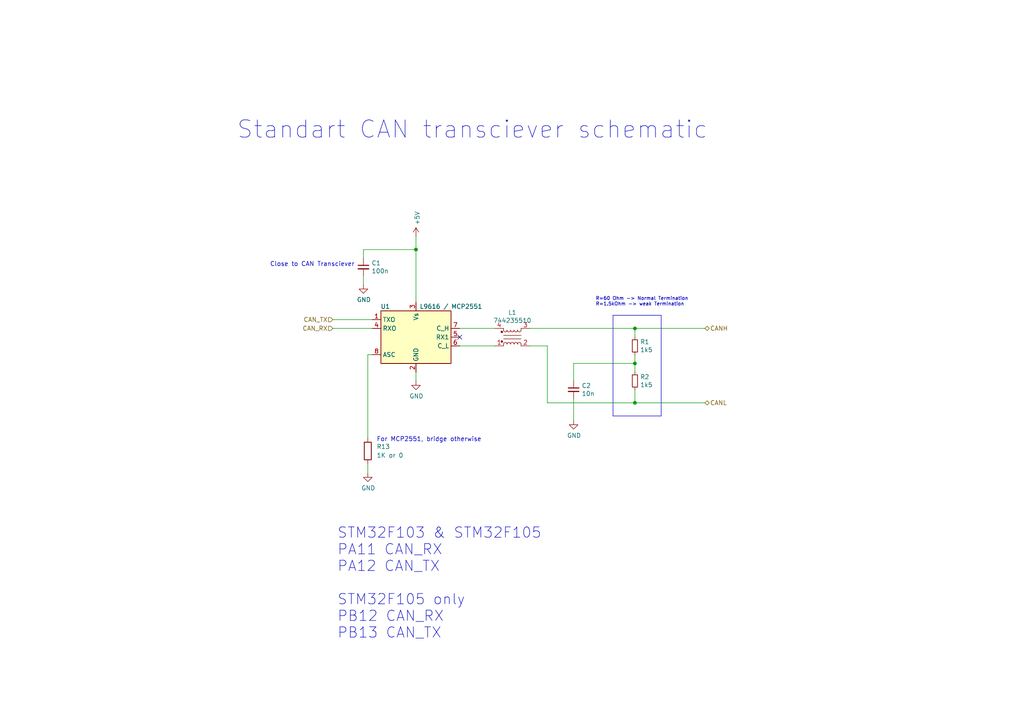
<source format=kicad_sch>
(kicad_sch (version 20230121) (generator eeschema)
  (paper "A4")
  (lib_symbols
    (symbol "Device:C_Small" (pin_numbers hide) (pin_names (offset 0.254) hide)
      (property "Reference" "C" (at 0.254 1.778 0))
      (property "Value" "C_Small" (at 0.254 -2.032 0))
      (symbol "C_Small_0_1"
        (polyline (pts (xy -1.524 -0.508) (xy 1.524 -0.508)) (stroke (width 0.3302)))
        (polyline (pts (xy -1.524 0.508) (xy 1.524 0.508)) (stroke (width 0.3048)))
      )
      (symbol "C_Small_1_1"
        (pin passive line (at 0 2.54 270) (length 2.032) (name "~") (number "1"))
        (pin passive line (at 0 -2.54 90) (length 2.032) (name "~") (number "2"))
      )
    )
    (symbol "Device:R" (pin_numbers hide) (pin_names (offset 0))
      (property "Reference" "R" (at 2.032 0 90))
      (property "Value" "R" (at 0 0 90))
      (symbol "R_0_1"
        (rectangle (start -1.016 -2.54) (end 1.016 2.54) (stroke (width 0.254)))
      )
      (symbol "R_1_1"
        (pin passive line (at 0 3.81 270) (length 1.27) (name "~") (number "1"))
        (pin passive line (at 0 -3.81 90) (length 1.27) (name "~") (number "2"))
      )
    )
    (symbol "Device:R_Small" (pin_numbers hide) (pin_names (offset 0.254) hide)
      (property "Reference" "R" (at 0.762 0.508 0))
      (property "Value" "R_Small" (at 0.762 -1.016 0))
      (symbol "R_Small_0_1"
        (rectangle (start -0.762 1.778) (end 0.762 -1.778) (stroke (width 0.2032)))
      )
      (symbol "R_Small_1_1"
        (pin passive line (at 0 2.54 270) (length 0.762) (name "~") (number "1"))
        (pin passive line (at 0 -2.54 90) (length 0.762) (name "~") (number "2"))
      )
    )
    (symbol "ctm:744235510" (pin_names (offset 0.254) hide)
      (property "Reference" "L" (at 0 4.445 0))
      (property "Value" "744235510" (at 0 -4.445 0))
      (symbol "744235510_0_1"
        (circle (center -3.048 -1.27) (radius 0.254) (fill (type outline)))
        (circle (center -3.048 1.524) (radius 0.254) (fill (type outline)))
        (arc (start -2.54 2.032) (mid -2.032 1.5262) (end -1.524 2.032))
        (arc (start -1.524 -2.032) (mid -2.032 -1.5262) (end -2.54 -2.032))
        (arc (start -1.524 2.032) (mid -1.016 1.5262) (end -0.508 2.032))
        (arc (start -0.508 -2.032) (mid -1.016 -1.5262) (end -1.524 -2.032))
        (arc (start -0.508 2.032) (mid 0 1.5262) (end 0.508 2.032))
        (polyline (pts (xy -2.54 -2.032) (xy -2.54 -2.54)))
        (polyline (pts (xy -2.54 0.508) (xy 2.54 0.508)))
        (polyline (pts (xy -2.54 2.032) (xy -2.54 2.54)))
        (polyline (pts (xy 2.54 -2.032) (xy 2.54 -2.54)))
        (polyline (pts (xy 2.54 -0.508) (xy -2.54 -0.508)))
        (polyline (pts (xy 2.54 2.54) (xy 2.54 2.032)))
        (arc (start 0.508 -2.032) (mid 0 -1.5262) (end -0.508 -2.032))
        (arc (start 0.508 2.032) (mid 1.016 1.5262) (end 1.524 2.032))
        (arc (start 1.524 -2.032) (mid 1.016 -1.5262) (end 0.508 -2.032))
        (arc (start 1.524 2.032) (mid 2.032 1.5262) (end 2.54 2.032))
        (arc (start 2.54 -2.032) (mid 2.032 -1.5262) (end 1.524 -2.032))
      )
      (symbol "744235510_1_1"
        (pin passive line (at -5.08 -2.54 0) (length 2.54) (name "1") (number "1"))
        (pin passive line (at 5.08 -2.54 180) (length 2.54) (name "2") (number "2"))
        (pin passive line (at 5.08 2.54 180) (length 2.54) (name "3") (number "3"))
        (pin passive line (at -5.08 2.54 0) (length 2.54) (name "4") (number "4"))
      )
    )
    (symbol "ctm:L9616"
      (property "Reference" "U" (at -10.16 8.89 0))
      (property "Value" "L9616" (at 2.54 8.89 0))
      (symbol "L9616_0_1"
        (rectangle (start -10.16 7.62) (end 10.16 -7.62) (stroke (width 0.254)) (fill (type background)))
      )
      (symbol "L9616_1_1"
        (pin bidirectional line (at -12.7 5.08 0) (length 2.54) (name "TXO") (number "1"))
        (pin bidirectional line (at 0 -10.16 90) (length 2.54) (name "GND") (number "2"))
        (pin bidirectional line (at 0 10.16 270) (length 2.54) (name "Vs") (number "3"))
        (pin bidirectional line (at -12.7 2.54 0) (length 2.54) (name "RXO") (number "4"))
        (pin bidirectional line (at 12.7 0 180) (length 2.54) (name "RX1") (number "5"))
        (pin bidirectional line (at 12.7 -2.54 180) (length 2.54) (name "C_L") (number "6"))
        (pin bidirectional line (at 12.7 2.54 180) (length 2.54) (name "C_H") (number "7"))
        (pin bidirectional line (at -12.7 -5.08 0) (length 2.54) (name "ASC") (number "8"))
      )
    )
    (symbol "power:+5V" (power) (pin_names (offset 0))
      (property "Value" "+5V" (at 0 3.556 0))
      (symbol "+5V_0_1"
        (polyline (pts (xy -0.762 1.27) (xy 0 2.54)))
        (polyline (pts (xy 0 0) (xy 0 2.54)))
        (polyline (pts (xy 0 2.54) (xy 0.762 1.27)))
      )
      (symbol "+5V_1_1"
        (pin power_in line (at 0 0 90) (length 0) hide (name "+5V") (number "1"))
      )
    )
    (symbol "power:GND" (power) (pin_names (offset 0))
      (property "Value" "GND" (at 0 -3.81 0))
      (symbol "GND_0_1"
        (polyline (pts (xy 0 0) (xy 0 -1.27) (xy 1.27 -1.27) (xy 0 -2.54) (xy -1.27 -1.27) (xy 0 -1.27)))
      )
      (symbol "GND_1_1"
        (pin power_in line (at 0 0 270) (length 0) hide (name "GND") (number "1"))
      )
    )
  )
  (junction (at 120.65 72.39))
  (junction (at 184.15 105.41))
  (junction (at 184.15 116.84))
  (junction (at 184.15 95.25))
  (no_connect (at 133.35 97.79))
  (wire (pts (xy 166.37 121.92) (xy 166.37 115.57)))
  (polyline (pts (xy 177.8 120.65) (xy 177.8 91.44)))
  (wire (pts (xy 107.95 95.25) (xy 96.52 95.25)))
  (wire (pts (xy 184.15 116.84) (xy 204.47 116.84)))
  (wire (pts (xy 120.65 68.58) (xy 120.65 72.39)))
  (wire (pts (xy 184.15 95.25) (xy 184.15 97.79)))
  (wire (pts (xy 184.15 116.84) (xy 158.75 116.84)))
  (wire (pts (xy 153.67 95.25) (xy 184.15 95.25)))
  (wire (pts (xy 158.75 100.33) (xy 153.67 100.33)))
  (wire (pts (xy 158.75 116.84) (xy 158.75 100.33)))
  (wire (pts (xy 107.95 92.71) (xy 96.52 92.71)))
  (wire (pts (xy 105.41 72.39) (xy 105.41 74.93)))
  (wire (pts (xy 120.65 110.49) (xy 120.65 107.95)))
  (wire (pts (xy 105.41 82.55) (xy 105.41 80.01)))
  (polyline (pts (xy 191.77 120.65) (xy 177.8 120.65)))
  (wire (pts (xy 120.65 72.39) (xy 120.65 87.63)))
  (wire (pts (xy 133.35 100.33) (xy 143.51 100.33)))
  (wire (pts (xy 105.41 72.39) (xy 120.65 72.39)))
  (wire (pts (xy 106.68 102.87) (xy 106.68 127)))
  (wire (pts (xy 184.15 113.03) (xy 184.15 116.84)))
  (wire (pts (xy 107.95 102.87) (xy 106.68 102.87)))
  (wire (pts (xy 184.15 105.41) (xy 184.15 102.87)))
  (polyline (pts (xy 177.8 91.44) (xy 191.77 91.44)))
  (wire (pts (xy 106.68 134.62) (xy 106.68 137.16)))
  (wire (pts (xy 184.15 95.25) (xy 204.47 95.25)))
  (wire (pts (xy 184.15 107.95) (xy 184.15 105.41)))
  (wire (pts (xy 166.37 110.49) (xy 166.37 105.41)))
  (wire (pts (xy 133.35 95.25) (xy 143.51 95.25)))
  (polyline (pts (xy 191.77 91.44) (xy 191.77 120.65)))
  (wire (pts (xy 166.37 105.41) (xy 184.15 105.41)))
  (text "Standart CAN transciever schematic" (at 68.58 40.64 0) (effects (font (size 5 5)) (justify left bottom)))
  (text "R=60 Ohm -> Normal Termination\nR=1.5kOhm -> weak Termination" (at 172.72 88.9 0) (effects (font (size 0.9906 0.9906)) (justify left bottom)))
  (text "Close to CAN Transciever" (at 102.87 77.47 0) (effects (font (size 1.27 1.27)) (justify right bottom)))
  (text "STM32F103 & STM32F105\nPA11 CAN_RX\nPA12 CAN_TX\n\nSTM32F105 only\nPB12 CAN_RX\nPB13 CAN_TX" (at 97.79 185.42 0) (effects (font (size 3 3)) (justify left bottom)))
  (text "For MCP2551, bridge otherwise" (at 109.22 128.27 0) (effects (font (size 1.27 1.27)) (justify left bottom)))
  (hierarchical_label "CAN_RX" (shape input) (at 96.52 95.25 180))
  (hierarchical_label "CAN_TX" (shape input) (at 96.52 92.71 180))
  (hierarchical_label "CANH" (shape bidirectional) (at 204.47 95.25 0))
  (hierarchical_label "CANL" (shape bidirectional) (at 204.47 116.84 0))
  (symbol (lib_id "power:GND") (at 166.37 121.92 0) (unit 1)
    (property "Reference" "#PWR05" (effects hide))
    (property "Value" "GND" (at 166.497 126.3142 0))
    (instances (project "Schematic Snippets" (path "" (reference "#PWR05") (unit 1))) (project "ct6_VCU" (path "" (reference "#PWR05") (unit 1)) (path "" (reference "#PWR?") (unit 1)) (path "" (reference "#PWR?") (unit 1))) (project "Sensor_Node" (path "" (reference "#PWR047") (unit 1)) (path "" (reference "#PWR042") (unit 1))))
  )
  (symbol (lib_id "ctm:L9616") (at 120.65 97.79 0) (unit 1)
    (property "Reference" "U1" (at 111.76 88.9 0))
    (property "Value" "L9616 / MCP2551" (at 130.81 88.9 0))
    (property "Footprint" "ctm:SOIC-8_3.9x4.9mm_P1.27mm" (effects hide))
    (property "Datasheet" "${KICAD_CTM}/datasheets/l9616.pdf" (effects hide))
    (instances (project "Schematic Snippets" (path "" (reference "U1") (unit 1))) (project "ct6_VCU" (path "" (reference "U1") (unit 1)) (path "" (reference "U?") (unit 1)) (path "" (reference "U?") (unit 1))) (project "Sensor_Node" (path "" (reference "U6") (unit 1)) (path "" (reference "U2") (unit 1))))
  )
  (symbol (lib_id "Device:R_Small") (at 184.15 100.33 0) (unit 1)
    (property "Reference" "R1" (at 185.6486 99.1616 0) (effects (justify left)))
    (property "Value" "1k5" (at 185.6486 101.473 0) (effects (justify left)))
    (property "Footprint" "Resistor_SMD:R_0805_2012Metric_Pad1.20x1.40mm_HandSolder" (effects hide))
    (property "Bestellnr." "CR0603-FX-1501ELF" (effects hide))
    (property "Shop" "www.mouser.at" (effects hide))
    (instances (project "Schematic Snippets" (path "" (reference "R1") (unit 1))) (project "ct6_VCU" (path "" (reference "R1") (unit 1)) (path "" (reference "R?") (unit 1)) (path "" (reference "R?") (unit 1))) (project "Sensor_Node" (path "" (reference "R23") (unit 1)) (path "" (reference "R4") (unit 1))))
  )
  (symbol (lib_id "Device:C_Small") (at 105.41 77.47 0) (unit 1)
    (property "Reference" "C1" (at 107.7468 76.3016 0) (effects (justify left)))
    (property "Value" "100n" (at 107.7468 78.613 0) (effects (justify left)))
    (property "Footprint" "Capacitor_SMD:C_0805_2012Metric_Pad1.18x1.45mm_HandSolder" (effects hide))
    (property "Bestellnr." "885012206071" (effects hide))
    (property "Shop" "www.we-online.com" (effects hide))
    (instances (project "Schematic Snippets" (path "" (reference "C1") (unit 1))) (project "ct6_VCU" (path "" (reference "C1") (unit 1)) (path "" (reference "C?") (unit 1)) (path "" (reference "C?") (unit 1))) (project "Sensor_Node" (path "" (reference "C14") (unit 1)) (path "" (reference "C12") (unit 1))))
  )
  (symbol (lib_id "ctm:744235510") (at 148.59 97.79 0) (unit 1)
    (property "Reference" "L1" (at 148.59 90.6526 0))
    (property "Value" "744235510" (at 148.59 92.964 0))
    (property "Footprint" "ctm:1812" (effects hide))
    (property "Datasheet" "${KICAD_CTM}\\datasheets\\744235510.pdf" (effects hide))
    (property "Bestellnr." "744235510" (effects hide))
    (property "Shop" "www.we-online.at" (effects hide))
    (instances (project "Schematic Snippets" (path "" (reference "L1") (unit 1))) (project "ct6_VCU" (path "" (reference "L1") (unit 1)) (path "" (reference "L?") (unit 1)) (path "" (reference "L?") (unit 1))) (project "Sensor_Node" (path "" (reference "L1") (unit 1)) (path "" (reference "L2") (unit 1))))
  )
  (symbol (lib_id "Device:R") (at 106.68 130.81 0) (unit 1)
    (property "Reference" "R13" (at 109.22 129.5399 0) (effects (justify left)))
    (property "Value" "1K or 0" (at 109.22 132.0799 0) (effects (justify left)))
    (property "Footprint" "Resistor_SMD:R_0805_2012Metric_Pad1.20x1.40mm_HandSolder" (effects hide))
    (instances (project "Schematic Snippets" (path "" (reference "R13") (unit 1))) (project "ct6_VCU" (path "" (reference "R?") (unit 1)) (path "" (reference "R13") (unit 1)) (path "" (reference "R?") (unit 1))) (project "Sensor_Node" (path "" (reference "R3") (unit 1)) (path "" (reference "R22") (unit 1))) (project "IMU_CAN_NODE" (path "" (reference "R7") (unit 1))))
  )
  (symbol (lib_id "power:GND") (at 105.41 82.55 0) (unit 1)
    (property "Reference" "#PWR01" (effects hide))
    (property "Value" "GND" (at 105.537 86.9442 0))
    (instances (project "Schematic Snippets" (path "" (reference "#PWR01") (unit 1))) (project "ct6_VCU" (path "" (reference "#PWR01") (unit 1)) (path "" (reference "#PWR?") (unit 1)) (path "" (reference "#PWR?") (unit 1))) (project "Sensor_Node" (path "" (reference "#PWR043") (unit 1)) (path "" (reference "#PWR038") (unit 1))))
  )
  (symbol (lib_id "power:GND") (at 120.65 110.49 0) (unit 1)
    (property "Reference" "#PWR04" (effects hide))
    (property "Value" "GND" (at 120.777 114.8842 0))
    (instances (project "Schematic Snippets" (path "" (reference "#PWR04") (unit 1))) (project "ct6_VCU" (path "" (reference "#PWR04") (unit 1)) (path "" (reference "#PWR?") (unit 1)) (path "" (reference "#PWR?") (unit 1))) (project "Sensor_Node" (path "" (reference "#PWR046") (unit 1)) (path "" (reference "#PWR041") (unit 1))))
  )
  (symbol (lib_id "Device:C_Small") (at 166.37 113.03 0) (unit 1)
    (property "Reference" "C2" (at 168.7068 111.8616 0) (effects (justify left)))
    (property "Value" "10n" (at 168.7068 114.173 0) (effects (justify left)))
    (property "Footprint" "Capacitor_SMD:C_0805_2012Metric_Pad1.18x1.45mm_HandSolder" (effects hide))
    (property "Bestellnr." "885012007009" (effects hide))
    (property "Shop" "www.we-online.com" (effects hide))
    (instances (project "Schematic Snippets" (path "" (reference "C2") (unit 1))) (project "ct6_VCU" (path "" (reference "C2") (unit 1)) (path "" (reference "C?") (unit 1)) (path "" (reference "C?") (unit 1))) (project "Sensor_Node" (path "" (reference "C15") (unit 1)) (path "" (reference "C13") (unit 1))))
  )
  (symbol (lib_id "power:GND") (at 106.68 137.16 0) (unit 1)
    (property "Reference" "#PWR02" (effects hide))
    (property "Value" "GND" (at 106.807 141.5542 0))
    (instances (project "Schematic Snippets" (path "" (reference "#PWR02") (unit 1))) (project "ct6_VCU" (path "" (reference "#PWR02") (unit 1)) (path "" (reference "#PWR?") (unit 1)) (path "" (reference "#PWR?") (unit 1))) (project "Sensor_Node" (path "" (reference "#PWR044") (unit 1)) (path "" (reference "#PWR039") (unit 1))))
  )
  (symbol (lib_id "power:+5V") (at 120.65 68.58 0) (unit 1)
    (property "Reference" "#PWR03" (effects hide))
    (property "Value" "+5V" (at 121.031 65.3288 90) (effects (justify left)))
    (instances (project "Schematic Snippets" (path "" (reference "#PWR03") (unit 1))) (project "ct6_VCU" (path "" (reference "#PWR03") (unit 1)) (path "" (reference "#PWR?") (unit 1)) (path "" (reference "#PWR?") (unit 1))) (project "Sensor_Node" (path "" (reference "#PWR045") (unit 1)) (path "" (reference "#PWR040") (unit 1))))
  )
  (symbol (lib_id "Device:R_Small") (at 184.15 110.49 0) (unit 1)
    (property "Reference" "R2" (at 185.6486 109.3216 0) (effects (justify left)))
    (property "Value" "1k5" (at 185.6486 111.633 0) (effects (justify left)))
    (property "Footprint" "Resistor_SMD:R_0805_2012Metric_Pad1.20x1.40mm_HandSolder" (effects hide))
    (property "Bestellnr." "CR0603-FX-1501ELF" (effects hide))
    (property "Shop" "www.mouser.at" (effects hide))
    (instances (project "Schematic Snippets" (path "" (reference "R2") (unit 1))) (project "ct6_VCU" (path "" (reference "R2") (unit 1)) (path "" (reference "R?") (unit 1)) (path "" (reference "R?") (unit 1))) (project "Sensor_Node" (path "" (reference "R24") (unit 1)) (path "" (reference "R21") (unit 1))))
  )
)
</source>
